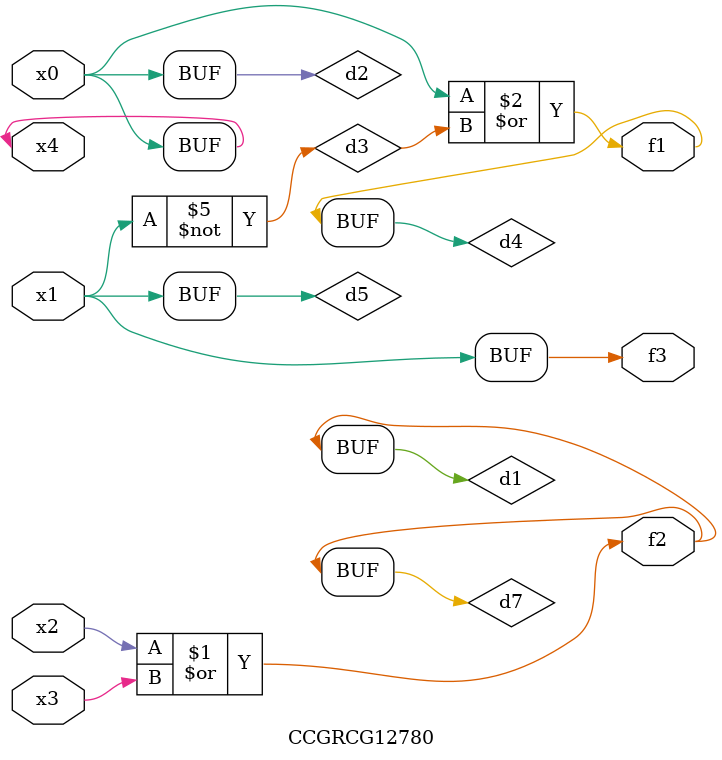
<source format=v>
module CCGRCG12780(
	input x0, x1, x2, x3, x4,
	output f1, f2, f3
);

	wire d1, d2, d3, d4, d5, d6, d7;

	or (d1, x2, x3);
	buf (d2, x0, x4);
	not (d3, x1);
	or (d4, d2, d3);
	not (d5, d3);
	nand (d6, d1, d3);
	or (d7, d1);
	assign f1 = d4;
	assign f2 = d7;
	assign f3 = d5;
endmodule

</source>
